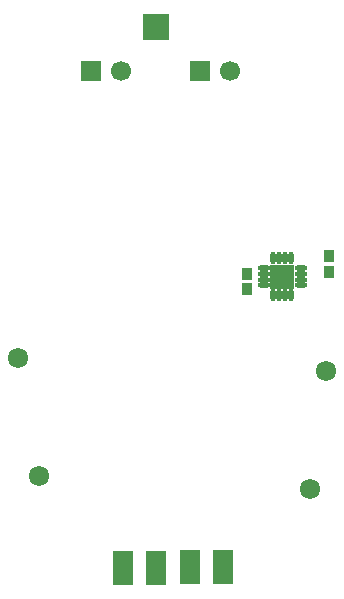
<source format=gbr>
G04 DipTrace 3.3.1.2*
G04 TopMask.gbr*
%MOIN*%
G04 #@! TF.FileFunction,Soldermask,Top*
G04 #@! TF.Part,Single*
%ADD39R,0.079528X0.079528*%
%ADD41O,0.019685X0.041339*%
%ADD43O,0.041339X0.019685*%
%ADD45C,0.067874*%
%ADD47C,0.067874*%
%ADD49R,0.086614X0.086614*%
%ADD51R,0.066929X0.066929*%
%ADD53C,0.066929*%
%ADD55R,0.035433X0.043307*%
%ADD57R,0.070866X0.114173*%
%FSLAX26Y26*%
G04*
G70*
G90*
G75*
G01*
G04 TopMask*
%LPD*%
D57*
X852203Y469209D3*
X962440D3*
X1076081Y470014D3*
X1186318D3*
D55*
X1264849Y1397315D3*
Y1448496D3*
X1537730Y1456163D3*
Y1507344D3*
D53*
X846448Y2125707D3*
D51*
X746448D3*
D53*
X1209705D3*
D51*
X1109705D3*
D49*
X962610Y2271438D3*
D47*
X573580Y775525D3*
D45*
X503255Y1169294D3*
D47*
X1475331Y729558D3*
D45*
X1528937Y1125949D3*
D43*
X1322101Y1468899D3*
Y1449214D3*
Y1429529D3*
Y1409844D3*
D41*
X1353597Y1378348D3*
X1373282D3*
X1392967D3*
X1412652D3*
D43*
X1444148Y1409844D3*
Y1429529D3*
Y1449214D3*
Y1468899D3*
D41*
X1412652Y1500395D3*
X1392967D3*
X1373282D3*
X1353597D3*
D39*
X1383125Y1439371D3*
M02*

</source>
